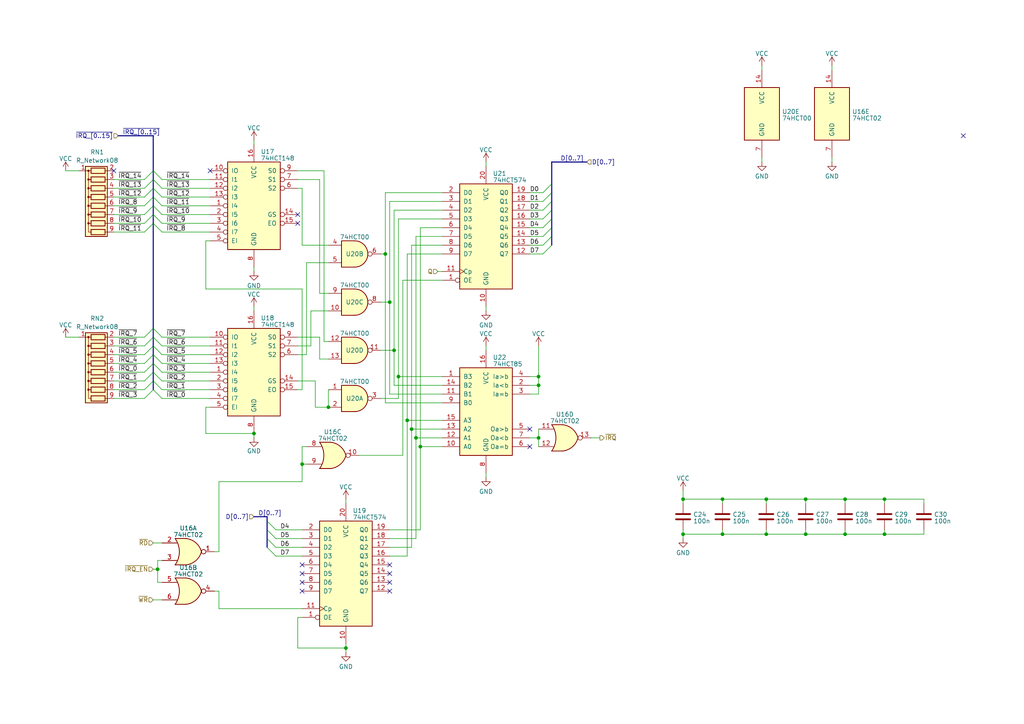
<source format=kicad_sch>
(kicad_sch (version 20250114) (generator "eeschema") (generator_version "9.0")
  (paper "A4")
  (title_block (title "MicroLind - IRQ Handler") (date "2025-08-15") (rev "C1") (company "Sperly Retro Electronics"))
  (lib_symbols
    (symbol "74xx:74HCT02" (pin_names (offset 1.016))
      (property "Reference" "U" (at 0 1.27 0))
      (property "Value" "74HCT02" (at 0 -1.27 0))
      (symbol "74HCT02_1_1"
        (arc (start -3.81 3.81) (mid -2.589 0) (end -3.81 -3.81) (stroke (width 0.254)))
        (polyline (pts (xy -3.81 3.81) (xy -0.635 3.81)) (stroke (width 0.254)) (fill (type background)))
        (polyline (pts (xy -3.81 -3.81) (xy -0.635 -3.81)) (stroke (width 0.254)) (fill (type background)))
        (arc (start 3.81 0) (mid 2.1855 -2.584) (end -0.6096 -3.81) (stroke (width 0.254)) (fill (type background)))
        (arc (start -0.6096 3.81) (mid 2.1928 2.5924) (end 3.81 0) (stroke (width 0.254)) (fill (type background)))
        (polyline (pts (xy -0.635 3.81) (xy -3.81 3.81) (xy -3.81 3.81) (xy -3.556 3.4036) (xy -3.0226 2.2606) (xy -2.6924 1.0414) (xy -2.6162 -0.254) (xy -2.7686 -1.4986) (xy -3.175 -2.7178) (xy -3.81 -3.81) (xy -3.81 -3.81) (xy -0.635 -3.81)) (stroke (width -25.4)) (fill (type background)))
        (pin input line (at -7.62 2.54 0) (length 4.318) (name "~") (number "2"))
        (pin input line (at -7.62 -2.54 0) (length 4.318) (name "~") (number "3"))
        (pin output inverted (at 7.62 0 180) (length 3.81) (name "~") (number "1"))
      )
      (symbol "74HCT02_1_2"
        (arc (start 0 3.81) (mid 3.7934 0) (end 0 -3.81) (stroke (width 0.254)) (fill (type background)))
        (polyline (pts (xy 0 3.81) (xy -3.81 3.81) (xy -3.81 -3.81) (xy 0 -3.81)) (stroke (width 0.254)) (fill (type background)))
        (pin input inverted (at -7.62 2.54 0) (length 3.81) (name "~") (number "2"))
        (pin input inverted (at -7.62 -2.54 0) (length 3.81) (name "~") (number "3"))
        (pin output line (at 7.62 0 180) (length 3.81) (name "~") (number "1"))
      )
      (symbol "74HCT02_2_1"
        (arc (start -3.81 3.81) (mid -2.589 0) (end -3.81 -3.81) (stroke (width 0.254)))
        (polyline (pts (xy -3.81 3.81) (xy -0.635 3.81)) (stroke (width 0.254)) (fill (type background)))
        (polyline (pts (xy -3.81 -3.81) (xy -0.635 -3.81)) (stroke (width 0.254)) (fill (type background)))
        (arc (start 3.81 0) (mid 2.1855 -2.584) (end -0.6096 -3.81) (stroke (width 0.254)) (fill (type background)))
        (arc (start -0.6096 3.81) (mid 2.1928 2.5924) (end 3.81 0) (stroke (width 0.254)) (fill (type background)))
        (polyline (pts (xy -0.635 3.81) (xy -3.81 3.81) (xy -3.81 3.81) (xy -3.556 3.4036) (xy -3.0226 2.2606) (xy -2.6924 1.0414) (xy -2.6162 -0.254) (xy -2.7686 -1.4986) (xy -3.175 -2.7178) (xy -3.81 -3.81) (xy -3.81 -3.81) (xy -0.635 -3.81)) (stroke (width -25.4)) (fill (type background)))
        (pin input line (at -7.62 2.54 0) (length 4.318) (name "~") (number "5"))
        (pin input line (at -7.62 -2.54 0) (length 4.318) (name "~") (number "6"))
        (pin output inverted (at 7.62 0 180) (length 3.81) (name "~") (number "4"))
      )
      (symbol "74HCT02_2_2"
        (arc (start 0 3.81) (mid 3.7934 0) (end 0 -3.81) (stroke (width 0.254)) (fill (type background)))
        (polyline (pts (xy 0 3.81) (xy -3.81 3.81) (xy -3.81 -3.81) (xy 0 -3.81)) (stroke (width 0.254)) (fill (type background)))
        (pin input inverted (at -7.62 2.54 0) (length 3.81) (name "~") (number "5"))
        (pin input inverted (at -7.62 -2.54 0) (length 3.81) (name "~") (number "6"))
        (pin output line (at 7.62 0 180) (length 3.81) (name "~") (number "4"))
      )
      (symbol "74HCT02_3_1"
        (arc (start -3.81 3.81) (mid -2.589 0) (end -3.81 -3.81) (stroke (width 0.254)))
        (polyline (pts (xy -3.81 3.81) (xy -0.635 3.81)) (stroke (width 0.254)) (fill (type background)))
        (polyline (pts (xy -3.81 -3.81) (xy -0.635 -3.81)) (stroke (width 0.254)) (fill (type background)))
        (arc (start 3.81 0) (mid 2.1855 -2.584) (end -0.6096 -3.81) (stroke (width 0.254)) (fill (type background)))
        (arc (start -0.6096 3.81) (mid 2.1928 2.5924) (end 3.81 0) (stroke (width 0.254)) (fill (type background)))
        (polyline (pts (xy -0.635 3.81) (xy -3.81 3.81) (xy -3.81 3.81) (xy -3.556 3.4036) (xy -3.0226 2.2606) (xy -2.6924 1.0414) (xy -2.6162 -0.254) (xy -2.7686 -1.4986) (xy -3.175 -2.7178) (xy -3.81 -3.81) (xy -3.81 -3.81) (xy -0.635 -3.81)) (stroke (width -25.4)) (fill (type background)))
        (pin input line (at -7.62 2.54 0) (length 4.318) (name "~") (number "8"))
        (pin input line (at -7.62 -2.54 0) (length 4.318) (name "~") (number "9"))
        (pin output inverted (at 7.62 0 180) (length 3.81) (name "~") (number "10"))
      )
      (symbol "74HCT02_3_2"
        (arc (start 0 3.81) (mid 3.7934 0) (end 0 -3.81) (stroke (width 0.254)) (fill (type background)))
        (polyline (pts (xy 0 3.81) (xy -3.81 3.81) (xy -3.81 -3.81) (xy 0 -3.81)) (stroke (width 0.254)) (fill (type background)))
        (pin input inverted (at -7.62 2.54 0) (length 3.81) (name "~") (number "8"))
        (pin input inverted (at -7.62 -2.54 0) (length 3.81) (name "~") (number "9"))
        (pin output line (at 7.62 0 180) (length 3.81) (name "~") (number "10"))
      )
      (symbol "74HCT02_4_1"
        (arc (start -3.81 3.81) (mid -2.589 0) (end -3.81 -3.81) (stroke (width 0.254)))
        (polyline (pts (xy -3.81 3.81) (xy -0.635 3.81)) (stroke (width 0.254)) (fill (type background)))
        (polyline (pts (xy -3.81 -3.81) (xy -0.635 -3.81)) (stroke (width 0.254)) (fill (type background)))
        (arc (start 3.81 0) (mid 2.1855 -2.584) (end -0.6096 -3.81) (stroke (width 0.254)) (fill (type background)))
        (arc (start -0.6096 3.81) (mid 2.1928 2.5924) (end 3.81 0) (stroke (width 0.254)) (fill (type background)))
        (polyline (pts (xy -0.635 3.81) (xy -3.81 3.81) (xy -3.81 3.81) (xy -3.556 3.4036) (xy -3.0226 2.2606) (xy -2.6924 1.0414) (xy -2.6162 -0.254) (xy -2.7686 -1.4986) (xy -3.175 -2.7178) (xy -3.81 -3.81) (xy -3.81 -3.81) (xy -0.635 -3.81)) (stroke (width -25.4)) (fill (type background)))
        (pin input line (at -7.62 2.54 0) (length 4.318) (name "~") (number "11"))
        (pin input line (at -7.62 -2.54 0) (length 4.318) (name "~") (number "12"))
        (pin output inverted (at 7.62 0 180) (length 3.81) (name "~") (number "13"))
      )
      (symbol "74HCT02_4_2"
        (arc (start 0 3.81) (mid 3.7934 0) (end 0 -3.81) (stroke (width 0.254)) (fill (type background)))
        (polyline (pts (xy 0 3.81) (xy -3.81 3.81) (xy -3.81 -3.81) (xy 0 -3.81)) (stroke (width 0.254)) (fill (type background)))
        (pin input inverted (at -7.62 2.54 0) (length 3.81) (name "~") (number "11"))
        (pin input inverted (at -7.62 -2.54 0) (length 3.81) (name "~") (number "12"))
        (pin output line (at 7.62 0 180) (length 3.81) (name "~") (number "13"))
      )
      (symbol "74HCT02_5_0"
        (pin power_in line (at 0 12.7 270) (length 5.08) (name "VCC") (number "14"))
        (pin power_in line (at 0 -12.7 90) (length 5.08) (name "GND") (number "7"))
      )
      (symbol "74HCT02_5_1"
        (rectangle (start -5.08 7.62) (end 5.08 -7.62) (stroke (width 0.254)) (fill (type background)))
      )
    )
    (symbol "74xx:74LS00" (pin_names (offset 1.016))
      (property "Reference" "U" (at 0 1.27 0))
      (property "Value" "74LS00" (at 0 -1.27 0))
      (symbol "74LS00_1_1"
        (arc (start 0 3.81) (mid 3.7934 0) (end 0 -3.81) (stroke (width 0.254)) (fill (type background)))
        (polyline (pts (xy 0 3.81) (xy -3.81 3.81) (xy -3.81 -3.81) (xy 0 -3.81)) (stroke (width 0.254)) (fill (type background)))
        (pin input line (at -7.62 2.54 0) (length 3.81) (name "~") (number "1"))
        (pin input line (at -7.62 -2.54 0) (length 3.81) (name "~") (number "2"))
        (pin output inverted (at 7.62 0 180) (length 3.81) (name "~") (number "3"))
      )
      (symbol "74LS00_1_2"
        (arc (start -3.81 3.81) (mid -2.589 0) (end -3.81 -3.81) (stroke (width 0.254)))
        (polyline (pts (xy -3.81 3.81) (xy -0.635 3.81)) (stroke (width 0.254)) (fill (type background)))
        (polyline (pts (xy -3.81 -3.81) (xy -0.635 -3.81)) (stroke (width 0.254)) (fill (type background)))
        (arc (start 3.81 0) (mid 2.1855 -2.584) (end -0.6096 -3.81) (stroke (width 0.254)) (fill (type background)))
        (arc (start -0.6096 3.81) (mid 2.1928 2.5924) (end 3.81 0) (stroke (width 0.254)) (fill (type background)))
        (polyline (pts (xy -0.635 3.81) (xy -3.81 3.81) (xy -3.81 3.81) (xy -3.556 3.4036) (xy -3.0226 2.2606) (xy -2.6924 1.0414) (xy -2.6162 -0.254) (xy -2.7686 -1.4986) (xy -3.175 -2.7178) (xy -3.81 -3.81) (xy -3.81 -3.81) (xy -0.635 -3.81)) (stroke (width -25.4)) (fill (type background)))
        (pin input inverted (at -7.62 2.54 0) (length 4.318) (name "~") (number "1"))
        (pin input inverted (at -7.62 -2.54 0) (length 4.318) (name "~") (number "2"))
        (pin output line (at 7.62 0 180) (length 3.81) (name "~") (number "3"))
      )
      (symbol "74LS00_2_1"
        (arc (start 0 3.81) (mid 3.7934 0) (end 0 -3.81) (stroke (width 0.254)) (fill (type background)))
        (polyline (pts (xy 0 3.81) (xy -3.81 3.81) (xy -3.81 -3.81) (xy 0 -3.81)) (stroke (width 0.254)) (fill (type background)))
        (pin input line (at -7.62 2.54 0) (length 3.81) (name "~") (number "4"))
        (pin input line (at -7.62 -2.54 0) (length 3.81) (name "~") (number "5"))
        (pin output inverted (at 7.62 0 180) (length 3.81) (name "~") (number "6"))
      )
      (symbol "74LS00_2_2"
        (arc (start -3.81 3.81) (mid -2.589 0) (end -3.81 -3.81) (stroke (width 0.254)))
        (polyline (pts (xy -3.81 3.81) (xy -0.635 3.81)) (stroke (width 0.254)) (fill (type background)))
        (polyline (pts (xy -3.81 -3.81) (xy -0.635 -3.81)) (stroke (width 0.254)) (fill (type background)))
        (arc (start 3.81 0) (mid 2.1855 -2.584) (end -0.6096 -3.81) (stroke (width 0.254)) (fill (type background)))
        (arc (start -0.6096 3.81) (mid 2.1928 2.5924) (end 3.81 0) (stroke (width 0.254)) (fill (type background)))
        (polyline (pts (xy -0.635 3.81) (xy -3.81 3.81) (xy -3.81 3.81) (xy -3.556 3.4036) (xy -3.0226 2.2606) (xy -2.6924 1.0414) (xy -2.6162 -0.254) (xy -2.7686 -1.4986) (xy -3.175 -2.7178) (xy -3.81 -3.81) (xy -3.81 -3.81) (xy -0.635 -3.81)) (stroke (width -25.4)) (fill (type background)))
        (pin input inverted (at -7.62 2.54 0) (length 4.318) (name "~") (number "4"))
        (pin input inverted (at -7.62 -2.54 0) (length 4.318) (name "~") (number "5"))
        (pin output line (at 7.62 0 180) (length 3.81) (name "~") (number "6"))
      )
      (symbol "74LS00_3_1"
        (arc (start 0 3.81) (mid 3.7934 0) (end 0 -3.81) (stroke (width 0.254)) (fill (type background)))
        (polyline (pts (xy 0 3.81) (xy -3.81 3.81) (xy -3.81 -3.81) (xy 0 -3.81)) (stroke (width 0.254)) (fill (type background)))
        (pin input line (at -7.62 2.54 0) (length 3.81) (name "~") (number "9"))
        (pin input line (at -7.62 -2.54 0) (length 3.81) (name "~") (number "10"))
        (pin output inverted (at 7.62 0 180) (length 3.81) (name "~") (number "8"))
      )
      (symbol "74LS00_3_2"
        (arc (start -3.81 3.81) (mid -2.589 0) (end -3.81 -3.81) (stroke (width 0.254)))
        (polyline (pts (xy -3.81 3.81) (xy -0.635 3.81)) (stroke (width 0.254)) (fill (type background)))
        (polyline (pts (xy -3.81 -3.81) (xy -0.635 -3.81)) (stroke (width 0.254)) (fill (type background)))
        (arc (start 3.81 0) (mid 2.1855 -2.584) (end -0.6096 -3.81) (stroke (width 0.254)) (fill (type background)))
        (arc (start -0.6096 3.81) (mid 2.1928 2.5924) (end 3.81 0) (stroke (width 0.254)) (fill (type background)))
        (polyline (pts (xy -0.635 3.81) (xy -3.81 3.81) (xy -3.81 3.81) (xy -3.556 3.4036) (xy -3.0226 2.2606) (xy -2.6924 1.0414) (xy -2.6162 -0.254) (xy -2.7686 -1.4986) (xy -3.175 -2.7178) (xy -3.81 -3.81) (xy -3.81 -3.81) (xy -0.635 -3.81)) (stroke (width -25.4)) (fill (type background)))
        (pin input inverted (at -7.62 2.54 0) (length 4.318) (name "~") (number "9"))
        (pin input inverted (at -7.62 -2.54 0) (length 4.318) (name "~") (number "10"))
        (pin output line (at 7.62 0 180) (length 3.81) (name "~") (number "8"))
      )
      (symbol "74LS00_4_1"
        (arc (start 0 3.81) (mid 3.7934 0) (end 0 -3.81) (stroke (width 0.254)) (fill (type background)))
        (polyline (pts (xy 0 3.81) (xy -3.81 3.81) (xy -3.81 -3.81) (xy 0 -3.81)) (stroke (width 0.254)) (fill (type background)))
        (pin input line (at -7.62 2.54 0) (length 3.81) (name "~") (number "12"))
        (pin input line (at -7.62 -2.54 0) (length 3.81) (name "~") (number "13"))
        (pin output inverted (at 7.62 0 180) (length 3.81) (name "~") (number "11"))
      )
      (symbol "74LS00_4_2"
        (arc (start -3.81 3.81) (mid -2.589 0) (end -3.81 -3.81) (stroke (width 0.254)))
        (polyline (pts (xy -3.81 3.81) (xy -0.635 3.81)) (stroke (width 0.254)) (fill (type background)))
        (polyline (pts (xy -3.81 -3.81) (xy -0.635 -3.81)) (stroke (width 0.254)) (fill (type background)))
        (arc (start 3.81 0) (mid 2.1855 -2.584) (end -0.6096 -3.81) (stroke (width 0.254)) (fill (type background)))
        (arc (start -0.6096 3.81) (mid 2.1928 2.5924) (end 3.81 0) (stroke (width 0.254)) (fill (type background)))
        (polyline (pts (xy -0.635 3.81) (xy -3.81 3.81) (xy -3.81 3.81) (xy -3.556 3.4036) (xy -3.0226 2.2606) (xy -2.6924 1.0414) (xy -2.6162 -0.254) (xy -2.7686 -1.4986) (xy -3.175 -2.7178) (xy -3.81 -3.81) (xy -3.81 -3.81) (xy -0.635 -3.81)) (stroke (width -25.4)) (fill (type background)))
        (pin input inverted (at -7.62 2.54 0) (length 4.318) (name "~") (number "12"))
        (pin input inverted (at -7.62 -2.54 0) (length 4.318) (name "~") (number "13"))
        (pin output line (at 7.62 0 180) (length 3.81) (name "~") (number "11"))
      )
      (symbol "74LS00_5_0"
        (pin power_in line (at 0 12.7 270) (length 5.08) (name "VCC") (number "14"))
        (pin power_in line (at 0 -12.7 90) (length 5.08) (name "GND") (number "7"))
      )
      (symbol "74LS00_5_1"
        (rectangle (start -5.08 7.62) (end 5.08 -7.62) (stroke (width 0.254)) (fill (type background)))
      )
    )
    (symbol "74xx:74LS148" (pin_names (offset 1.016))
      (property "Reference" "U" (at -7.62 13.97 0))
      (property "Value" "74LS148" (at -7.62 -13.97 0))
      (symbol "74LS148_1_0"
        (pin input inverted (at -12.7 10.16 0) (length 5.08) (name "IO") (number "10"))
        (pin input inverted (at -12.7 7.62 0) (length 5.08) (name "I1") (number "11"))
        (pin input inverted (at -12.7 5.08 0) (length 5.08) (name "I2") (number "12"))
        (pin input inverted (at -12.7 2.54 0) (length 5.08) (name "I3") (number "13"))
        (pin input inverted (at -12.7 0 0) (length 5.08) (name "I4") (number "1"))
        (pin input inverted (at -12.7 -2.54 0) (length 5.08) (name "I5") (number "2"))
        (pin input inverted (at -12.7 -5.08 0) (length 5.08) (name "I6") (number "3"))
        (pin input inverted (at -12.7 -7.62 0) (length 5.08) (name "I7") (number "4"))
        (pin input inverted (at -12.7 -10.16 0) (length 5.08) (name "EI") (number "5"))
        (pin power_in line (at 0 17.78 270) (length 5.08) (name "VCC") (number "16"))
        (pin power_in line (at 0 -17.78 90) (length 5.08) (name "GND") (number "8"))
        (pin output inverted (at 12.7 10.16 180) (length 5.08) (name "S0") (number "9"))
        (pin output inverted (at 12.7 7.62 180) (length 5.08) (name "S1") (number "7"))
        (pin output inverted (at 12.7 5.08 180) (length 5.08) (name "S2") (number "6"))
        (pin output inverted (at 12.7 -2.54 180) (length 5.08) (name "GS") (number "14"))
        (pin output inverted (at 12.7 -5.08 180) (length 5.08) (name "EO") (number "15"))
      )
      (symbol "74LS148_1_1"
        (rectangle (start -7.62 12.7) (end 7.62 -12.7) (stroke (width 0.254)) (fill (type background)))
      )
    )
    (symbol "74xx:74LS574" (pin_names (offset 1.016))
      (property "Reference" "U" (at -7.62 16.51 0))
      (property "Value" "74LS574" (at -7.62 -16.51 0))
      (symbol "74LS574_1_0"
        (pin input line (at -12.7 12.7 0) (length 5.08) (name "D0") (number "2"))
        (pin input line (at -12.7 10.16 0) (length 5.08) (name "D1") (number "3"))
        (pin input line (at -12.7 7.62 0) (length 5.08) (name "D2") (number "4"))
        (pin input line (at -12.7 5.08 0) (length 5.08) (name "D3") (number "5"))
        (pin input line (at -12.7 2.54 0) (length 5.08) (name "D4") (number "6"))
        (pin input line (at -12.7 0 0) (length 5.08) (name "D5") (number "7"))
        (pin input line (at -12.7 -2.54 0) (length 5.08) (name "D6") (number "8"))
        (pin input line (at -12.7 -5.08 0) (length 5.08) (name "D7") (number "9"))
        (pin input clock (at -12.7 -10.16 0) (length 5.08) (name "Cp") (number "11"))
        (pin input inverted (at -12.7 -12.7 0) (length 5.08) (name "OE") (number "1"))
        (pin power_in line (at 0 20.32 270) (length 5.08) (name "VCC") (number "20"))
        (pin power_in line (at 0 -20.32 90) (length 5.08) (name "GND") (number "10"))
        (pin tri_state line (at 12.7 12.7 180) (length 5.08) (name "Q0") (number "19"))
        (pin tri_state line (at 12.7 10.16 180) (length 5.08) (name "Q1") (number "18"))
        (pin tri_state line (at 12.7 7.62 180) (length 5.08) (name "Q2") (number "17"))
        (pin tri_state line (at 12.7 5.08 180) (length 5.08) (name "Q3") (number "16"))
        (pin tri_state line (at 12.7 2.54 180) (length 5.08) (name "Q4") (number "15"))
        (pin tri_state line (at 12.7 0 180) (length 5.08) (name "Q5") (number "14"))
        (pin tri_state line (at 12.7 -2.54 180) (length 5.08) (name "Q6") (number "13"))
        (pin tri_state line (at 12.7 -5.08 180) (length 5.08) (name "Q7") (number "12"))
      )
      (symbol "74LS574_1_1"
        (rectangle (start -7.62 15.24) (end 7.62 -15.24) (stroke (width 0.254)) (fill (type background)))
      )
    )
    (symbol "74xx:74LS85" (pin_names (offset 1.016))
      (property "Reference" "U" (at -7.62 13.97 0))
      (property "Value" "74LS85" (at -7.62 -13.97 0))
      (symbol "74LS85_1_0"
        (pin input line (at -12.7 10.16 0) (length 5.08) (name "B3") (number "1"))
        (pin input line (at -12.7 7.62 0) (length 5.08) (name "B2") (number "14"))
        (pin input line (at -12.7 5.08 0) (length 5.08) (name "B1") (number "11"))
        (pin input line (at -12.7 2.54 0) (length 5.08) (name "B0") (number "9"))
        (pin input line (at -12.7 -2.54 0) (length 5.08) (name "A3") (number "15"))
        (pin input line (at -12.7 -5.08 0) (length 5.08) (name "A2") (number "13"))
        (pin input line (at -12.7 -7.62 0) (length 5.08) (name "A1") (number "12"))
        (pin input line (at -12.7 -10.16 0) (length 5.08) (name "A0") (number "10"))
        (pin power_in line (at 0 17.78 270) (length 5.08) (name "VCC") (number "16"))
        (pin power_in line (at 0 -17.78 90) (length 5.08) (name "GND") (number "8"))
        (pin input line (at 12.7 10.16 180) (length 5.08) (name "Ia>b") (number "4"))
        (pin input line (at 12.7 7.62 180) (length 5.08) (name "Ia<b") (number "2"))
        (pin input line (at 12.7 5.08 180) (length 5.08) (name "Ia=b") (number "3"))
        (pin output line (at 12.7 -5.08 180) (length 5.08) (name "Oa>b") (number "5"))
        (pin output line (at 12.7 -7.62 180) (length 5.08) (name "Oa<b") (number "7"))
        (pin output line (at 12.7 -10.16 180) (length 5.08) (name "Oa=b") (number "6"))
      )
      (symbol "74LS85_1_1"
        (rectangle (start -7.62 12.7) (end 7.62 -12.7) (stroke (width 0.254)) (fill (type background)))
      )
    )
    (symbol "Device:C" (pin_numbers (hide yes)) (pin_names (offset 0.254))
      (property "Reference" "C" (at 0.635 2.54 0))
      (property "Value" "C" (at 0.635 -2.54 0))
      (symbol "C_0_1"
        (polyline (pts (xy -2.032 0.762) (xy 2.032 0.762)) (stroke (width 0.508)))
        (polyline (pts (xy -2.032 -0.762) (xy 2.032 -0.762)) (stroke (width 0.508)))
      )
      (symbol "C_1_1"
        (pin passive line (at 0 3.81 270) (length 2.794) (name "~") (number "1"))
        (pin passive line (at 0 -3.81 90) (length 2.794) (name "~") (number "2"))
      )
    )
    (symbol "Device:R_Network08" (pin_names (offset 0) (hide yes))
      (property "Reference" "RN" (at -12.7 0 90))
      (property "Value" "R_Network08" (at 10.16 0 90))
      (symbol "R_Network08_0_1"
        (rectangle (start -11.43 -3.175) (end 8.89 3.175) (stroke (width 0.254)) (fill (type background)))
        (rectangle (start -10.922 1.524) (end -9.398 -2.54) (stroke (width 0.254)))
        (circle (center -10.16 2.286) (radius 0.254) (fill (type outline)))
        (polyline (pts (xy -10.16 1.524) (xy -10.16 2.286) (xy -7.62 2.286) (xy -7.62 1.524)))
        (polyline (pts (xy -10.16 -2.54) (xy -10.16 -3.81)))
        (rectangle (start -8.382 1.524) (end -6.858 -2.54) (stroke (width 0.254)))
        (circle (center -7.62 2.286) (radius 0.254) (fill (type outline)))
        (polyline (pts (xy -7.62 1.524) (xy -7.62 2.286) (xy -5.08 2.286) (xy -5.08 1.524)))
        (polyline (pts (xy -7.62 -2.54) (xy -7.62 -3.81)))
        (rectangle (start -5.842 1.524) (end -4.318 -2.54) (stroke (width 0.254)))
        (circle (center -5.08 2.286) (radius 0.254) (fill (type outline)))
        (polyline (pts (xy -5.08 1.524) (xy -5.08 2.286) (xy -2.54 2.286) (xy -2.54 1.524)))
        (polyline (pts (xy -5.08 -2.54) (xy -5.08 -3.81)))
        (rectangle (start -3.302 1.524) (end -1.778 -2.54) (stroke (width 0.254)))
        (circle (center -2.54 2.286) (radius 0.254) (fill (type outline)))
        (polyline (pts (xy -2.54 1.524) (xy -2.54 2.286) (xy 0 2.286) (xy 0 1.524)))
        (polyline (pts (xy -2.54 -2.54) (xy -2.54 -3.81)))
        (rectangle (start -0.762 1.524) (end 0.762 -2.54) (stroke (width 0.254)))
        (circle (center 0 2.286) (radius 0.254) (fill (type outline)))
        (polyline (pts (xy 0 1.524) (xy 0 2.286) (xy 2.54 2.286) (xy 2.54 1.524)))
        (polyline (pts (xy 0 -2.54) (xy 0 -3.81)))
        (rectangle (start 1.778 1.524) (end 3.302 -2.54) (stroke (width 0.254)))
        (circle (center 2.54 2.286) (radius 0.254) (fill (type outline)))
        (polyline (pts (xy 2.54 1.524) (xy 2.54 2.286) (xy 5.08 2.286) (xy 5.08 1.524)))
        (polyline (pts (xy 2.54 -2.54) (xy 2.54 -3.81)))
        (rectangle (start 4.318 1.524) (end 5.842 -2.54) (stroke (width 0.254)))
        (circle (center 5.08 2.286) (radius 0.254) (fill (type outline)))
        (polyline (pts (xy 5.08 1.524) (xy 5.08 2.286) (xy 7.62 2.286) (xy 7.62 1.524)))
        (polyline (pts (xy 5.08 -2.54) (xy 5.08 -3.81)))
        (rectangle (start 6.858 1.524) (end 8.382 -2.54) (stroke (width 0.254)))
        (polyline (pts (xy 7.62 -2.54) (xy 7.62 -3.81)))
      )
      (symbol "R_Network08_1_1"
        (pin passive line (at -10.16 5.08 270) (length 2.54) (name "common") (number "1"))
        (pin passive line (at -10.16 -5.08 90) (length 1.27) (name "R1") (number "2"))
        (pin passive line (at -7.62 -5.08 90) (length 1.27) (name "R2") (number "3"))
        (pin passive line (at -5.08 -5.08 90) (length 1.27) (name "R3") (number "4"))
        (pin passive line (at -2.54 -5.08 90) (length 1.27) (name "R4") (number "5"))
        (pin passive line (at 0 -5.08 90) (length 1.27) (name "R5") (number "6"))
        (pin passive line (at 2.54 -5.08 90) (length 1.27) (name "R6") (number "7"))
        (pin passive line (at 5.08 -5.08 90) (length 1.27) (name "R7") (number "8"))
        (pin passive line (at 7.62 -5.08 90) (length 1.27) (name "R8") (number "9"))
      )
    )
    (symbol "power:GND" (power) (pin_names (offset 0))
      (property "Value" "GND" (at 0 -3.81 0))
      (symbol "GND_0_1"
        (polyline (pts (xy 0 0) (xy 0 -1.27) (xy 1.27 -1.27) (xy 0 -2.54) (xy -1.27 -1.27) (xy 0 -1.27)))
      )
      (symbol "GND_1_1"
        (pin power_in line (at 0 0 270) (length 0) (hide yes) (name "GND") (number "1"))
      )
    )
    (symbol "power:VCC" (power) (pin_names (offset 0))
      (property "Value" "VCC" (at 0 3.81 0))
      (symbol "VCC_0_1"
        (polyline (pts (xy -0.762 1.27) (xy 0 2.54)))
        (polyline (pts (xy 0 2.54) (xy 0.762 1.27)))
        (polyline (pts (xy 0 0) (xy 0 2.54)))
      )
      (symbol "VCC_1_1"
        (pin power_in line (at 0 0 90) (length 0) (hide yes) (name "VCC") (number "1"))
      )
    )
  )
  (junction (at 209.55 154.94))
  (junction (at 119.38 124.46))
  (junction (at 233.68 154.94))
  (junction (at 95.25 118.11))
  (junction (at 115.57 109.22))
  (junction (at 209.55 144.78))
  (junction (at 245.11 154.94))
  (junction (at 100.33 187.96))
  (junction (at 73.66 125.73))
  (junction (at 45.72 165.1))
  (junction (at 198.12 154.94))
  (junction (at 198.12 144.78))
  (junction (at 111.76 73.66))
  (junction (at 222.25 144.78))
  (junction (at 233.68 144.78))
  (junction (at 114.3 101.6))
  (junction (at 256.54 154.94))
  (junction (at 156.21 127))
  (junction (at 156.21 109.22))
  (junction (at 156.21 111.76))
  (junction (at 256.54 144.78))
  (junction (at 87.63 134.62))
  (junction (at 120.65 127))
  (junction (at 113.03 87.63))
  (junction (at 222.25 154.94))
  (junction (at 121.92 129.54))
  (junction (at 245.11 144.78))
  (junction (at 118.11 121.92))
  (no_connect (at 87.63 163.83))
  (no_connect (at 153.67 124.46))
  (no_connect (at 113.03 166.37))
  (no_connect (at 87.63 168.91))
  (no_connect (at 86.36 64.77))
  (no_connect (at 113.03 163.83))
  (no_connect (at 279.4 39.37))
  (no_connect (at 153.67 129.54))
  (no_connect (at 33.02 49.53))
  (no_connect (at 113.03 171.45))
  (no_connect (at 60.96 49.53))
  (no_connect (at 87.63 166.37))
  (no_connect (at 86.36 62.23))
  (no_connect (at 113.03 168.91))
  (no_connect (at 87.63 171.45))
  (bus_entry (at 160.02 53.34) (size -2.54 2.54))
  (bus_entry (at 41.91 54.61) (size 2.54 -2.54))
  (bus_entry (at 44.45 100.33) (size 2.54 2.54))
  (bus_entry (at 44.45 59.69) (size 2.54 2.54))
  (bus_entry (at 41.91 67.31) (size 2.54 -2.54))
  (bus_entry (at 41.91 102.87) (size 2.54 -2.54))
  (bus_entry (at 44.45 49.53) (size 2.54 2.54))
  (bus_entry (at 41.91 110.49) (size 2.54 -2.54))
  (bus_entry (at 44.45 107.95) (size 2.54 2.54))
  (bus_entry (at 44.45 64.77) (size 2.54 2.54))
  (bus_entry (at 44.45 52.07) (size 2.54 2.54))
  (bus_entry (at 44.45 54.61) (size 2.54 2.54))
  (bus_entry (at 41.91 62.23) (size 2.54 -2.54))
  (bus_entry (at 41.91 107.95) (size 2.54 -2.54))
  (bus_entry (at 44.45 110.49) (size 2.54 2.54))
  (bus_entry (at 77.47 156.21) (size 2.54 2.54))
  (bus_entry (at 41.91 52.07) (size 2.54 -2.54))
  (bus_entry (at 77.47 158.75) (size 2.54 2.54))
  (bus_entry (at 77.47 151.13) (size 2.54 2.54))
  (bus_entry (at 160.02 63.5) (size -2.54 2.54))
  (bus_entry (at 41.91 105.41) (size 2.54 -2.54))
  (bus_entry (at 44.45 97.79) (size 2.54 2.54))
  (bus_entry (at 41.91 97.79) (size 2.54 -2.54))
  (bus_entry (at 41.91 64.77) (size 2.54 -2.54))
  (bus_entry (at 44.45 113.03) (size 2.54 2.54))
  (bus_entry (at 44.45 57.15) (size 2.54 2.54))
  (bus_entry (at 44.45 102.87) (size 2.54 2.54))
  (bus_entry (at 41.91 57.15) (size 2.54 -2.54))
  (bus_entry (at 41.91 115.57) (size 2.54 -2.54))
  (bus_entry (at 44.45 105.41) (size 2.54 2.54))
  (bus_entry (at 41.91 100.33) (size 2.54 -2.54))
  (bus_entry (at 77.47 153.67) (size 2.54 2.54))
  (bus_entry (at 160.02 71.12) (size -2.54 2.54))
  (bus_entry (at 44.45 62.23) (size 2.54 2.54))
  (bus_entry (at 160.02 55.88) (size -2.54 2.54))
  (bus_entry (at 41.91 59.69) (size 2.54 -2.54))
  (bus_entry (at 160.02 60.96) (size -2.54 2.54))
  (bus_entry (at 160.02 68.58) (size -2.54 2.54))
  (bus_entry (at 160.02 58.42) (size -2.54 2.54))
  (bus_entry (at 160.02 66.04) (size -2.54 2.54))
  (bus_entry (at 41.91 113.03) (size 2.54 -2.54))
  (bus_entry (at 44.45 95.25) (size 2.54 2.54))
  (wire (pts (xy 116.84 132.08) (xy 104.14 132.08)))
  (wire (pts (xy 120.65 156.21) (xy 120.65 127)))
  (wire (pts (xy 33.02 59.69) (xy 41.91 59.69)))
  (wire (pts (xy 153.67 60.96) (xy 157.48 60.96)))
  (wire (pts (xy 46.99 54.61) (xy 60.96 54.61)))
  (wire (pts (xy 95.25 104.14) (xy 92.71 104.14)))
  (wire (pts (xy 80.01 153.67) (xy 87.63 153.67)))
  (bus (pts (xy 160.02 71.12) (xy 160.02 68.58)))
  (wire (pts (xy 33.02 115.57) (xy 41.91 115.57)))
  (wire (pts (xy 113.03 156.21) (xy 120.65 156.21)))
  (wire (pts (xy 73.66 40.64) (xy 73.66 41.91)))
  (wire (pts (xy 93.98 49.53) (xy 86.36 49.53)))
  (wire (pts (xy 33.02 64.77) (xy 41.91 64.77)))
  (wire (pts (xy 87.63 54.61) (xy 86.36 54.61)))
  (wire (pts (xy 121.92 129.54) (xy 121.92 66.04)))
  (bus (pts (xy 34.29 39.37) (xy 44.45 39.37)))
  (wire (pts (xy 86.36 179.07) (xy 87.63 179.07)))
  (wire (pts (xy 100.33 144.78) (xy 100.33 146.05)))
  (bus (pts (xy 160.02 63.5) (xy 160.02 60.96)))
  (wire (pts (xy 153.67 109.22) (xy 156.21 109.22)))
  (wire (pts (xy 90.17 100.33) (xy 86.36 100.33)))
  (wire (pts (xy 114.3 101.6) (xy 114.3 60.96)))
  (wire (pts (xy 80.01 158.75) (xy 87.63 158.75)))
  (wire (pts (xy 113.03 58.42) (xy 113.03 87.63)))
  (wire (pts (xy 241.3 45.72) (xy 241.3 46.99)))
  (wire (pts (xy 156.21 127) (xy 156.21 129.54)))
  (wire (pts (xy 110.49 115.57) (xy 115.57 115.57)))
  (wire (pts (xy 44.45 165.1) (xy 45.72 165.1)))
  (wire (pts (xy 88.9 102.87) (xy 88.9 76.2)))
  (wire (pts (xy 46.99 57.15) (xy 60.96 57.15)))
  (wire (pts (xy 33.02 62.23) (xy 41.91 62.23)))
  (bus (pts (xy 44.45 107.95) (xy 44.45 110.49)))
  (wire (pts (xy 153.67 127) (xy 156.21 127)))
  (wire (pts (xy 245.11 144.78) (xy 256.54 144.78)))
  (wire (pts (xy 95.25 90.17) (xy 90.17 90.17)))
  (wire (pts (xy 140.97 46.99) (xy 140.97 48.26)))
  (wire (pts (xy 267.97 146.05) (xy 267.97 144.78)))
  (wire (pts (xy 128.27 116.84) (xy 111.76 116.84)))
  (wire (pts (xy 156.21 109.22) (xy 156.21 111.76)))
  (wire (pts (xy 33.02 52.07) (xy 41.91 52.07)))
  (wire (pts (xy 46.99 52.07) (xy 60.96 52.07)))
  (wire (pts (xy 140.97 137.16) (xy 140.97 138.43)))
  (bus (pts (xy 44.45 97.79) (xy 44.45 100.33)))
  (wire (pts (xy 92.71 52.07) (xy 92.71 85.09)))
  (wire (pts (xy 33.02 110.49) (xy 41.91 110.49)))
  (wire (pts (xy 92.71 85.09) (xy 95.25 85.09)))
  (bus (pts (xy 44.45 54.61) (xy 44.45 57.15)))
  (wire (pts (xy 45.72 162.56) (xy 45.72 165.1)))
  (wire (pts (xy 153.67 73.66) (xy 157.48 73.66)))
  (bus (pts (xy 44.45 105.41) (xy 44.45 107.95)))
  (wire (pts (xy 46.99 107.95) (xy 60.96 107.95)))
  (bus (pts (xy 160.02 66.04) (xy 160.02 63.5)))
  (bus (pts (xy 44.45 39.37) (xy 44.45 49.53)))
  (wire (pts (xy 128.27 111.76) (xy 114.3 111.76)))
  (wire (pts (xy 73.66 88.9) (xy 73.66 90.17)))
  (bus (pts (xy 44.45 95.25) (xy 44.45 97.79)))
  (wire (pts (xy 33.02 54.61) (xy 41.91 54.61)))
  (wire (pts (xy 86.36 52.07) (xy 92.71 52.07)))
  (wire (pts (xy 118.11 121.92) (xy 128.27 121.92)))
  (wire (pts (xy 80.01 156.21) (xy 87.63 156.21)))
  (wire (pts (xy 87.63 129.54) (xy 88.9 129.54)))
  (wire (pts (xy 95.25 118.11) (xy 91.44 118.11)))
  (wire (pts (xy 45.72 168.91) (xy 45.72 165.1)))
  (wire (pts (xy 87.63 134.62) (xy 88.9 134.62)))
  (wire (pts (xy 33.02 105.41) (xy 41.91 105.41)))
  (wire (pts (xy 46.99 105.41) (xy 60.96 105.41)))
  (bus (pts (xy 77.47 151.13) (xy 77.47 149.86)))
  (wire (pts (xy 110.49 101.6) (xy 114.3 101.6)))
  (wire (pts (xy 95.25 71.12) (xy 87.63 71.12)))
  (wire (pts (xy 44.45 157.48) (xy 46.99 157.48)))
  (wire (pts (xy 198.12 154.94) (xy 198.12 156.21)))
  (wire (pts (xy 256.54 154.94) (xy 267.97 154.94)))
  (wire (pts (xy 115.57 63.5) (xy 115.57 109.22)))
  (wire (pts (xy 209.55 144.78) (xy 222.25 144.78)))
  (wire (pts (xy 198.12 154.94) (xy 209.55 154.94)))
  (bus (pts (xy 160.02 68.58) (xy 160.02 66.04)))
  (wire (pts (xy 33.02 100.33) (xy 41.91 100.33)))
  (wire (pts (xy 91.44 118.11) (xy 91.44 110.49)))
  (wire (pts (xy 87.63 139.7) (xy 63.5 139.7)))
  (wire (pts (xy 88.9 76.2) (xy 95.25 76.2)))
  (wire (pts (xy 116.84 81.28) (xy 116.84 132.08)))
  (wire (pts (xy 59.69 125.73) (xy 73.66 125.73)))
  (bus (pts (xy 44.45 62.23) (xy 44.45 64.77)))
  (wire (pts (xy 233.68 144.78) (xy 245.11 144.78)))
  (wire (pts (xy 110.49 73.66) (xy 111.76 73.66)))
  (wire (pts (xy 46.99 64.77) (xy 60.96 64.77)))
  (wire (pts (xy 80.01 161.29) (xy 87.63 161.29)))
  (bus (pts (xy 160.02 53.34) (xy 160.02 46.99)))
  (wire (pts (xy 198.12 144.78) (xy 198.12 146.05)))
  (wire (pts (xy 140.97 100.33) (xy 140.97 101.6)))
  (bus (pts (xy 44.45 110.49) (xy 44.45 113.03)))
  (wire (pts (xy 153.67 71.12) (xy 157.48 71.12)))
  (wire (pts (xy 120.65 127) (xy 128.27 127)))
  (wire (pts (xy 127 78.74) (xy 128.27 78.74)))
  (wire (pts (xy 33.02 102.87) (xy 41.91 102.87)))
  (wire (pts (xy 220.98 19.05) (xy 220.98 20.32)))
  (wire (pts (xy 245.11 154.94) (xy 245.11 153.67)))
  (wire (pts (xy 46.99 67.31) (xy 60.96 67.31)))
  (bus (pts (xy 44.45 102.87) (xy 44.45 105.41)))
  (wire (pts (xy 60.96 69.85) (xy 59.69 69.85)))
  (wire (pts (xy 111.76 73.66) (xy 111.76 55.88)))
  (wire (pts (xy 198.12 144.78) (xy 209.55 144.78)))
  (wire (pts (xy 153.67 58.42) (xy 157.48 58.42)))
  (wire (pts (xy 245.11 144.78) (xy 245.11 146.05)))
  (bus (pts (xy 160.02 60.96) (xy 160.02 58.42)))
  (wire (pts (xy 91.44 110.49) (xy 86.36 110.49)))
  (bus (pts (xy 44.45 57.15) (xy 44.45 59.69)))
  (bus (pts (xy 44.45 52.07) (xy 44.45 54.61)))
  (bus (pts (xy 77.47 153.67) (xy 77.47 151.13)))
  (wire (pts (xy 46.99 62.23) (xy 60.96 62.23)))
  (bus (pts (xy 160.02 58.42) (xy 160.02 55.88)))
  (wire (pts (xy 59.69 69.85) (xy 59.69 83.82)))
  (wire (pts (xy 113.03 87.63) (xy 113.03 114.3)))
  (wire (pts (xy 121.92 129.54) (xy 121.92 153.67)))
  (wire (pts (xy 153.67 63.5) (xy 157.48 63.5)))
  (wire (pts (xy 156.21 127) (xy 156.21 124.46)))
  (wire (pts (xy 46.99 162.56) (xy 45.72 162.56)))
  (wire (pts (xy 33.02 113.03) (xy 41.91 113.03)))
  (wire (pts (xy 33.02 57.15) (xy 41.91 57.15)))
  (wire (pts (xy 33.02 67.31) (xy 41.91 67.31)))
  (bus (pts (xy 160.02 46.99) (xy 170.18 46.99)))
  (wire (pts (xy 222.25 144.78) (xy 222.25 146.05)))
  (wire (pts (xy 46.99 168.91) (xy 45.72 168.91)))
  (wire (pts (xy 209.55 154.94) (xy 222.25 154.94)))
  (wire (pts (xy 63.5 160.02) (xy 63.5 139.7)))
  (wire (pts (xy 118.11 73.66) (xy 128.27 73.66)))
  (wire (pts (xy 120.65 68.58) (xy 128.27 68.58)))
  (wire (pts (xy 153.67 68.58) (xy 157.48 68.58)))
  (wire (pts (xy 95.25 113.03) (xy 95.25 118.11)))
  (wire (pts (xy 115.57 109.22) (xy 115.57 115.57)))
  (wire (pts (xy 116.84 81.28) (xy 128.27 81.28)))
  (wire (pts (xy 119.38 124.46) (xy 128.27 124.46)))
  (wire (pts (xy 156.21 100.33) (xy 156.21 109.22)))
  (bus (pts (xy 73.66 149.86) (xy 77.47 149.86)))
  (wire (pts (xy 46.99 110.49) (xy 60.96 110.49)))
  (bus (pts (xy 44.45 59.69) (xy 44.45 62.23)))
  (wire (pts (xy 128.27 58.42) (xy 113.03 58.42)))
  (wire (pts (xy 86.36 102.87) (xy 88.9 102.87)))
  (wire (pts (xy 120.65 127) (xy 120.65 68.58)))
  (wire (pts (xy 209.55 154.94) (xy 209.55 153.67)))
  (wire (pts (xy 62.23 160.02) (xy 63.5 160.02)))
  (wire (pts (xy 63.5 171.45) (xy 62.23 171.45)))
  (wire (pts (xy 209.55 144.78) (xy 209.55 146.05)))
  (wire (pts (xy 113.03 114.3) (xy 128.27 114.3)))
  (wire (pts (xy 128.27 63.5) (xy 115.57 63.5)))
  (bus (pts (xy 77.47 158.75) (xy 77.47 156.21)))
  (wire (pts (xy 233.68 154.94) (xy 233.68 153.67)))
  (wire (pts (xy 222.25 154.94) (xy 222.25 153.67)))
  (wire (pts (xy 46.99 59.69) (xy 60.96 59.69)))
  (wire (pts (xy 114.3 111.76) (xy 114.3 101.6)))
  (wire (pts (xy 95.25 99.06) (xy 93.98 99.06)))
  (wire (pts (xy 113.03 158.75) (xy 119.38 158.75)))
  (wire (pts (xy 33.02 97.79) (xy 41.91 97.79)))
  (wire (pts (xy 115.57 109.22) (xy 128.27 109.22)))
  (wire (pts (xy 100.33 187.96) (xy 100.33 189.23)))
  (wire (pts (xy 73.66 77.47) (xy 73.66 78.74)))
  (wire (pts (xy 86.36 179.07) (xy 86.36 187.96)))
  (wire (pts (xy 256.54 154.94) (xy 256.54 153.67)))
  (wire (pts (xy 118.11 161.29) (xy 118.11 121.92)))
  (wire (pts (xy 119.38 71.12) (xy 128.27 71.12)))
  (wire (pts (xy 44.45 173.99) (xy 46.99 173.99)))
  (wire (pts (xy 92.71 97.79) (xy 86.36 97.79)))
  (wire (pts (xy 140.97 88.9) (xy 140.97 90.17)))
  (bus (pts (xy 160.02 55.88) (xy 160.02 53.34)))
  (wire (pts (xy 233.68 154.94) (xy 245.11 154.94)))
  (wire (pts (xy 110.49 87.63) (xy 113.03 87.63)))
  (wire (pts (xy 46.99 100.33) (xy 60.96 100.33)))
  (bus (pts (xy 44.45 64.77) (xy 44.45 95.25)))
  (wire (pts (xy 153.67 114.3) (xy 156.21 114.3)))
  (wire (pts (xy 86.36 113.03) (xy 87.63 113.03)))
  (wire (pts (xy 156.21 111.76) (xy 156.21 114.3)))
  (wire (pts (xy 119.38 158.75) (xy 119.38 124.46)))
  (wire (pts (xy 153.67 66.04) (xy 157.48 66.04)))
  (wire (pts (xy 111.76 116.84) (xy 111.76 73.66)))
  (wire (pts (xy 46.99 97.79) (xy 60.96 97.79)))
  (wire (pts (xy 119.38 124.46) (xy 119.38 71.12)))
  (wire (pts (xy 87.63 83.82) (xy 87.63 113.03)))
  (wire (pts (xy 114.3 60.96) (xy 128.27 60.96)))
  (wire (pts (xy 93.98 99.06) (xy 93.98 49.53)))
  (wire (pts (xy 46.99 115.57) (xy 60.96 115.57)))
  (wire (pts (xy 245.11 154.94) (xy 256.54 154.94)))
  (wire (pts (xy 63.5 176.53) (xy 87.63 176.53)))
  (bus (pts (xy 77.47 156.21) (xy 77.47 153.67)))
  (wire (pts (xy 153.67 111.76) (xy 156.21 111.76)))
  (wire (pts (xy 256.54 144.78) (xy 267.97 144.78)))
  (wire (pts (xy 19.05 49.53) (xy 22.86 49.53)))
  (wire (pts (xy 92.71 104.14) (xy 92.71 97.79)))
  (wire (pts (xy 33.02 107.95) (xy 41.91 107.95)))
  (wire (pts (xy 63.5 176.53) (xy 63.5 171.45)))
  (wire (pts (xy 87.63 139.7) (xy 87.63 134.62)))
  (wire (pts (xy 59.69 83.82) (xy 87.63 83.82)))
  (wire (pts (xy 113.03 161.29) (xy 118.11 161.29)))
  (wire (pts (xy 222.25 154.94) (xy 233.68 154.94)))
  (wire (pts (xy 86.36 187.96) (xy 100.33 187.96)))
  (wire (pts (xy 46.99 102.87) (xy 60.96 102.87)))
  (wire (pts (xy 59.69 118.11) (xy 59.69 125.73)))
  (wire (pts (xy 90.17 90.17) (xy 90.17 100.33)))
  (wire (pts (xy 267.97 153.67) (xy 267.97 154.94)))
  (wire (pts (xy 118.11 121.92) (xy 118.11 73.66)))
  (wire (pts (xy 73.66 125.73) (xy 73.66 127)))
  (wire (pts (xy 256.54 144.78) (xy 256.54 146.05)))
  (wire (pts (xy 46.99 113.03) (xy 60.96 113.03)))
  (wire (pts (xy 153.67 55.88) (xy 157.48 55.88)))
  (wire (pts (xy 121.92 66.04) (xy 128.27 66.04)))
  (bus (pts (xy 44.45 49.53) (xy 44.45 52.07)))
  (wire (pts (xy 222.25 144.78) (xy 233.68 144.78)))
  (wire (pts (xy 171.45 127) (xy 173.99 127)))
  (wire (pts (xy 87.63 71.12) (xy 87.63 54.61)))
  (wire (pts (xy 60.96 118.11) (xy 59.69 118.11)))
  (wire (pts (xy 241.3 19.05) (xy 241.3 20.32)))
  (wire (pts (xy 220.98 45.72) (xy 220.98 46.99)))
  (wire (pts (xy 233.68 144.78) (xy 233.68 146.05)))
  (wire (pts (xy 198.12 142.24) (xy 198.12 144.78)))
  (wire (pts (xy 19.05 97.79) (xy 22.86 97.79)))
  (wire (pts (xy 113.03 153.67) (xy 121.92 153.67)))
  (wire (pts (xy 198.12 153.67) (xy 198.12 154.94)))
  (wire (pts (xy 121.92 129.54) (xy 128.27 129.54)))
  (wire (pts (xy 87.63 134.62) (xy 87.63 129.54)))
  (wire (pts (xy 111.76 55.88) (xy 128.27 55.88)))
  (wire (pts (xy 100.33 186.69) (xy 100.33 187.96)))
  (bus (pts (xy 44.45 100.33) (xy 44.45 102.87)))
  (label "~{IRQ_9}" (at 34.29 62.23 0))
  (label "~{IRQ_4}" (at 34.29 105.41 0))
  (label "~{IRQ_6}" (at 48.26 100.33 0))
  (label "D1" (at 153.67 58.42 0))
  (label "~{IRQ_2}" (at 34.29 113.03 0))
  (label "D7" (at 81.28 161.29 0))
  (label "D7" (at 153.67 73.66 0))
  (label "~{IRQ_5}" (at 34.29 102.87 0))
  (label "D4" (at 153.67 66.04 0))
  (label "~{IRQ_14}" (at 48.26 52.07 0))
  (label "~{IRQ_3}" (at 48.26 107.95 0))
  (label "~{IRQ_13}" (at 48.26 54.61 0))
  (label "D6" (at 81.28 158.75 0))
  (label "D[0..7]" (at 162.56 46.99 0))
  (label "~{IRQ_4}" (at 48.26 105.41 0))
  (label "D5" (at 81.28 156.21 0))
  (label "~{IRQ_9}" (at 48.26 64.77 0))
  (label "~{IRQ_10}" (at 48.26 62.23 0))
  (label "~{IRQ_7}" (at 48.26 97.79 0))
  (label "D6" (at 153.67 71.12 0))
  (label "~{IRQ_12}" (at 34.29 57.15 0))
  (label "~{IRQ_5}" (at 48.26 102.87 0))
  (label "~{IRQ_7}" (at 34.29 97.79 0))
  (label "~{IRQ_11}" (at 48.26 59.69 0))
  (label "~{IRQ_13}" (at 34.29 54.61 0))
  (label "~{IRQ_11}" (at 34.29 67.31 0))
  (label "~{IRQ_8}" (at 34.29 59.69 0))
  (label "~{IRQ_1}" (at 48.26 113.03 0))
  (label "~{IRQ_1}" (at 34.29 110.49 0))
  (label "~{IRQ_[0..15]}" (at 35.56 39.37 0))
  (label "~{IRQ_0}" (at 48.26 115.57 0))
  (label "D[0..7]" (at 74.93 149.86 0))
  (label "D2" (at 153.67 60.96 0))
  (label "D5" (at 153.67 68.58 0))
  (label "~{IRQ_12}" (at 48.26 57.15 0))
  (label "D0" (at 153.67 55.88 0))
  (label "~{IRQ_8}" (at 48.26 67.31 0))
  (label "~{IRQ_2}" (at 48.26 110.49 0))
  (label "~{IRQ_0}" (at 34.29 107.95 0))
  (label "~{IRQ_14}" (at 34.29 52.07 0))
  (label "~{IRQ_3}" (at 34.29 115.57 0))
  (label "~{IRQ_6}" (at 34.29 100.33 0))
  (label "D3" (at 153.67 63.5 0))
  (label "~{IRQ_10}" (at 34.29 64.77 0))
  (label "D4" (at 81.28 153.67 0))
  (hierarchical_label "~{IRQ}" (shape output) (at 173.99 127 0))
  (hierarchical_label "~{WR}" (shape input) (at 44.45 173.99 180))
  (hierarchical_label "Q" (shape input) (at 127 78.74 180))
  (hierarchical_label "~{IRQ_[0..15]}" (shape input) (at 34.29 39.37 180))
  (hierarchical_label "D[0..7]" (shape input) (at 73.66 149.86 180))
  (hierarchical_label "~{IRQ_EN}" (shape input) (at 44.45 165.1 180))
  (hierarchical_label "~{RD}" (shape input) (at 44.45 157.48 180))
  (hierarchical_label "D[0..7]" (shape input) (at 170.18 46.99 0))
  (symbol (lib_id "power:GND") (at 140.97 90.17 0) (mirror y) (unit 1)
    (property "Reference" "#PWR057" (effects (hide yes)))
    (property "Value" "GND" (at 140.97 94.3055 0))
  )
  (symbol (lib_id "power:VCC") (at 220.98 19.05 0) (mirror y) (unit 1)
    (property "Reference" "#PWR063" (effects (hide yes)))
    (property "Value" "VCC" (at 220.98 15.5481 0))
  )
  (symbol (lib_id "74xx:74LS00") (at 102.87 87.63 0) (unit 3)
    (property "Reference" "U20" (at 102.87 87.63 0))
    (property "Value" "74HCT00" (at 102.8617 82.7311 0))
    (property "Footprint" "Package_DIP:DIP-14_W7.62mm_Socket" (effects (hide yes)))
    (property "Datasheet" "http://www.ti.com/lit/gpn/sn74ls00" (effects (hide yes)))
  )
  (symbol (lib_id "power:VCC") (at 73.66 88.9 0) (mirror y) (unit 1)
    (property "Reference" "#PWR052" (effects (hide yes)))
    (property "Value" "VCC" (at 73.66 85.3981 0))
  )
  (symbol (lib_id "Device:C") (at 245.11 149.86 0) (unit 1)
    (property "Reference" "C28" (at 248.031 149.2163 0) (effects (justify left)))
    (property "Value" "100n" (at 248.031 151.1373 0) (effects (justify left)))
    (property "Footprint" "Capacitor_THT:C_Disc_D5.0mm_W2.5mm_P2.50mm" (effects (hide yes)))
  )
  (symbol (lib_id "power:VCC") (at 156.21 100.33 0) (mirror y) (unit 1)
    (property "Reference" "#PWR060" (effects (hide yes)))
    (property "Value" "VCC" (at 156.21 96.8281 0))
  )
  (symbol (lib_id "Device:C") (at 233.68 149.86 0) (unit 1)
    (property "Reference" "C27" (at 236.601 149.2163 0) (effects (justify left)))
    (property "Value" "100n" (at 236.601 151.1373 0) (effects (justify left)))
    (property "Footprint" "Capacitor_THT:C_Disc_D5.0mm_W2.5mm_P2.50mm" (effects (hide yes)))
  )
  (symbol (lib_id "74xx:74LS00") (at 102.87 101.6 0) (unit 4)
    (property "Reference" "U20" (at 102.87 101.6 0))
    (property "Value" "74HCT00" (at 102.8617 96.7011 0))
    (property "Footprint" "Package_DIP:DIP-14_W7.62mm_Socket" (effects (hide yes)))
    (property "Datasheet" "http://www.ti.com/lit/gpn/sn74ls00" (effects (hide yes)))
  )
  (symbol (lib_id "74xx:74LS148") (at 73.66 59.69 0) (unit 1)
    (property "Reference" "U17" (at 75.6159 43.9801 0) (effects (justify left)))
    (property "Value" "74HCT148" (at 75.6159 45.9011 0) (effects (justify left)))
    (property "Footprint" "Package_DIP:DIP-16_W7.62mm_Socket" (effects (hide yes)))
    (property "Datasheet" "http://www.ti.com/lit/gpn/sn74LS148" (effects (hide yes)))
  )
  (symbol (lib_id "74xx:74LS85") (at 140.97 119.38 0) (unit 1)
    (property "Reference" "U22" (at 142.9259 103.6701 0) (effects (justify left)))
    (property "Value" "74HCT85" (at 142.9259 105.5911 0) (effects (justify left)))
    (property "Footprint" "Package_DIP:DIP-16_W7.62mm_Socket" (effects (hide yes)))
    (property "Datasheet" "http://www.ti.com/lit/gpn/sn74LS85" (effects (hide yes)))
  )
  (symbol (lib_id "power:GND") (at 241.3 46.99 0) (mirror y) (unit 1)
    (property "Reference" "#PWR066" (effects (hide yes)))
    (property "Value" "GND" (at 241.3 51.1255 0))
  )
  (symbol (lib_id "74xx:74LS00") (at 220.98 33.02 0) (unit 5)
    (property "Reference" "U20" (at 226.822 32.3763 0) (effects (justify left)))
    (property "Value" "74HCT00" (at 226.822 34.2973 0) (effects (justify left)))
    (property "Footprint" "Package_DIP:DIP-14_W7.62mm_Socket" (effects (hide yes)))
    (property "Datasheet" "http://www.ti.com/lit/gpn/sn74ls00" (effects (hide yes)))
  )
  (symbol (lib_id "Device:C") (at 209.55 149.86 0) (unit 1)
    (property "Reference" "C25" (at 212.471 149.2163 0) (effects (justify left)))
    (property "Value" "100n" (at 212.471 151.1373 0) (effects (justify left)))
    (property "Footprint" "Capacitor_THT:C_Disc_D5.0mm_W2.5mm_P2.50mm" (effects (hide yes)))
  )
  (symbol (lib_id "power:VCC") (at 73.66 40.64 0) (mirror y) (unit 1)
    (property "Reference" "#PWR050" (effects (hide yes)))
    (property "Value" "VCC" (at 73.66 37.1381 0))
  )
  (symbol (lib_id "74xx:74LS574") (at 100.33 166.37 0) (unit 1)
    (property "Reference" "U19" (at 102.2859 148.1201 0) (effects (justify left)))
    (property "Value" "74HCT574" (at 102.2859 150.0411 0) (effects (justify left)))
    (property "Footprint" "Package_DIP:DIP-20_W7.62mm_Socket" (effects (hide yes)))
    (property "Datasheet" "http://www.ti.com/lit/gpn/sn74LS574" (effects (hide yes)))
  )
  (symbol (lib_id "power:VCC") (at 241.3 19.05 0) (mirror y) (unit 1)
    (property "Reference" "#PWR065" (effects (hide yes)))
    (property "Value" "VCC" (at 241.3 15.5481 0))
  )
  (symbol (lib_id "power:GND") (at 100.33 189.23 0) (mirror y) (unit 1)
    (property "Reference" "#PWR055" (effects (hide yes)))
    (property "Value" "GND" (at 100.33 193.3655 0))
  )
  (symbol (lib_id "74xx:74LS00") (at 102.87 73.66 0) (unit 2)
    (property "Reference" "U20" (at 102.87 73.66 0))
    (property "Value" "74HCT00" (at 102.8617 68.7611 0))
    (property "Footprint" "Package_DIP:DIP-14_W7.62mm_Socket" (effects (hide yes)))
    (property "Datasheet" "http://www.ti.com/lit/gpn/sn74ls00" (effects (hide yes)))
  )
  (symbol (lib_id "Device:C") (at 267.97 149.86 0) (unit 1)
    (property "Reference" "C30" (at 270.891 149.2163 0) (effects (justify left)))
    (property "Value" "100n" (at 270.891 151.1373 0) (effects (justify left)))
    (property "Footprint" "Capacitor_THT:C_Disc_D5.0mm_W2.5mm_P2.50mm" (effects (hide yes)))
  )
  (symbol (lib_id "power:VCC") (at 140.97 46.99 0) (mirror y) (unit 1)
    (property "Reference" "#PWR056" (effects (hide yes)))
    (property "Value" "VCC" (at 140.97 43.4881 0))
  )
  (symbol (lib_id "Device:C") (at 198.12 149.86 0) (unit 1)
    (property "Reference" "C24" (at 201.041 149.2163 0) (effects (justify left)))
    (property "Value" "100n" (at 201.041 151.1373 0) (effects (justify left)))
    (property "Footprint" "Capacitor_THT:C_Disc_D5.0mm_W2.5mm_P2.50mm" (effects (hide yes)))
  )
  (symbol (lib_id "Device:C") (at 222.25 149.86 0) (unit 1)
    (property "Reference" "C26" (at 225.171 149.2163 0) (effects (justify left)))
    (property "Value" "100n" (at 225.171 151.1373 0) (effects (justify left)))
    (property "Footprint" "Capacitor_THT:C_Disc_D5.0mm_W2.5mm_P2.50mm" (effects (hide yes)))
  )
  (symbol (lib_id "power:GND") (at 220.98 46.99 0) (mirror y) (unit 1)
    (property "Reference" "#PWR064" (effects (hide yes)))
    (property "Value" "GND" (at 220.98 51.1255 0))
  )
  (symbol (lib_id "power:VCC") (at 19.05 97.79 0) (mirror y) (unit 1)
    (property "Reference" "#PWR049" (effects (hide yes)))
    (property "Value" "VCC" (at 19.05 94.2881 0))
  )
  (symbol (lib_id "74xx:74LS148") (at 73.66 107.95 0) (unit 1)
    (property "Reference" "U18" (at 75.6159 92.2401 0) (effects (justify left)))
    (property "Value" "74HCT148" (at 75.6159 94.1611 0) (effects (justify left)))
    (property "Footprint" "Package_DIP:DIP-16_W7.62mm_Socket" (effects (hide yes)))
    (property "Datasheet" "http://www.ti.com/lit/gpn/sn74LS148" (effects (hide yes)))
  )
  (symbol (lib_id "Device:R_Network08") (at 27.94 59.69 90) (mirror x) (unit 1)
    (property "Reference" "RN1" (at 28.194 44.1155 90))
    (property "Value" "R_Network08" (at 28.194 46.5398 90))
    (property "Footprint" "Resistor_THT:R_Array_SIP9" (effects (hide yes)))
    (property "Datasheet" "http://www.vishay.com/docs/31509/csc.pdf" (effects (hide yes)))
    (property "Description" "8 resistor network, star topology, bussed resistors, small symbol" (effects (hide yes)))
  )
  (symbol (lib_id "74xx:74HCT02") (at 96.52 132.08 0) (unit 3)
    (property "Reference" "U16" (at 96.52 125.2601 0))
    (property "Value" "74HCT02" (at 96.52 127.1811 0))
    (property "Footprint" "Package_DIP:DIP-14_W7.62mm_Socket" (effects (hide yes)))
    (property "Datasheet" "http://www.ti.com/lit/gpn/sn74hct02" (effects (hide yes)))
  )
  (symbol (lib_id "power:GND") (at 73.66 127 0) (mirror y) (unit 1)
    (property "Reference" "#PWR053" (effects (hide yes)))
    (property "Value" "GND" (at 73.66 130.81 0))
  )
  (symbol (lib_id "power:VCC") (at 100.33 144.78 0) (mirror y) (unit 1)
    (property "Reference" "#PWR054" (effects (hide yes)))
    (property "Value" "VCC" (at 100.33 141.2781 0))
  )
  (symbol (lib_id "Device:C") (at 256.54 149.86 0) (unit 1)
    (property "Reference" "C29" (at 259.461 149.2163 0) (effects (justify left)))
    (property "Value" "100n" (at 259.461 151.1373 0) (effects (justify left)))
    (property "Footprint" "Capacitor_THT:C_Disc_D5.0mm_W2.5mm_P2.50mm" (effects (hide yes)))
  )
  (symbol (lib_id "74xx:74HCT02") (at 241.3 33.02 0) (unit 5)
    (property "Reference" "U16" (at 247.142 32.3763 0) (effects (justify left)))
    (property "Value" "74HCT02" (at 247.142 34.2973 0) (effects (justify left)))
    (property "Footprint" "Package_DIP:DIP-14_W7.62mm_Socket" (effects (hide yes)))
    (property "Datasheet" "http://www.ti.com/lit/gpn/sn74hct02" (effects (hide yes)))
  )
  (symbol (lib_id "74xx:74HCT02") (at 54.61 160.02 0) (unit 1)
    (property "Reference" "U16" (at 54.61 153.2001 0))
    (property "Value" "74HCT02" (at 54.61 155.1211 0))
    (property "Footprint" "Package_DIP:DIP-14_W7.62mm_Socket" (effects (hide yes)))
    (property "Datasheet" "http://www.ti.com/lit/gpn/sn74hct02" (effects (hide yes)))
  )
  (symbol (lib_id "74xx:74HCT02") (at 54.61 171.45 0) (unit 2)
    (property "Reference" "U16" (at 54.61 164.6301 0))
    (property "Value" "74HCT02" (at 54.61 166.5511 0))
    (property "Footprint" "Package_DIP:DIP-14_W7.62mm_Socket" (effects (hide yes)))
    (property "Datasheet" "http://www.ti.com/lit/gpn/sn74hct02" (effects (hide yes)))
  )
  (symbol (lib_id "power:VCC") (at 198.12 142.24 0) (unit 1)
    (property "Reference" "#PWR061" (effects (hide yes)))
    (property "Value" "VCC" (at 198.12 138.7381 0))
  )
  (symbol (lib_id "power:GND") (at 140.97 138.43 0) (mirror y) (unit 1)
    (property "Reference" "#PWR059" (effects (hide yes)))
    (property "Value" "GND" (at 140.97 142.5655 0))
  )
  (symbol (lib_id "74xx:74HCT02") (at 163.83 127 0) (unit 4)
    (property "Reference" "U16" (at 163.83 120.1801 0))
    (property "Value" "74HCT02" (at 163.83 122.1011 0))
    (property "Footprint" "Package_DIP:DIP-14_W7.62mm_Socket" (effects (hide yes)))
    (property "Datasheet" "http://www.ti.com/lit/gpn/sn74hct02" (effects (hide yes)))
  )
  (symbol (lib_id "74xx:74LS00") (at 102.87 115.57 0) (unit 1)
    (property "Reference" "U20" (at 102.87 115.57 0))
    (property "Value" "74HCT00" (at 102.8617 110.6711 0))
    (property "Footprint" "Package_DIP:DIP-14_W7.62mm_Socket" (effects (hide yes)))
    (property "Datasheet" "http://www.ti.com/lit/gpn/sn74ls00" (effects (hide yes)))
  )
  (symbol (lib_id "Device:R_Network08") (at 27.94 107.95 90) (mirror x) (unit 1)
    (property "Reference" "RN2" (at 28.194 92.3755 90))
    (property "Value" "R_Network08" (at 28.194 94.7998 90))
    (property "Footprint" "Resistor_THT:R_Array_SIP9" (effects (hide yes)))
    (property "Datasheet" "http://www.vishay.com/docs/31509/csc.pdf" (effects (hide yes)))
    (property "Description" "8 resistor network, star topology, bussed resistors, small symbol" (effects (hide yes)))
  )
  (symbol (lib_id "power:VCC") (at 140.97 100.33 0) (mirror y) (unit 1)
    (property "Reference" "#PWR058" (effects (hide yes)))
    (property "Value" "VCC" (at 140.97 96.8281 0))
  )
  (symbol (lib_id "power:GND") (at 198.12 156.21 0) (unit 1)
    (property "Reference" "#PWR062" (effects (hide yes)))
    (property "Value" "GND" (at 198.12 160.3455 0))
  )
  (symbol (lib_id "power:GND") (at 73.66 78.74 0) (mirror y) (unit 1)
    (property "Reference" "#PWR051" (effects (hide yes)))
    (property "Value" "GND" (at 73.66 82.8755 0))
  )
  (symbol (lib_id "power:VCC") (at 19.05 49.53 0) (mirror y) (unit 1)
    (property "Reference" "#PWR048" (effects (hide yes)))
    (property "Value" "VCC" (at 19.05 46.0281 0))
  )
  (symbol (lib_id "74xx:74LS574") (at 140.97 68.58 0) (unit 1)
    (property "Reference" "U21" (at 142.9259 50.3301 0) (effects (justify left)))
    (property "Value" "74HCT574" (at 142.9259 52.2511 0) (effects (justify left)))
    (property "Footprint" "Package_DIP:DIP-20_W7.62mm_Socket" (effects (hide yes)))
    (property "Datasheet" "http://www.ti.com/lit/gpn/sn74LS574" (effects (hide yes)))
  )
)
</source>
